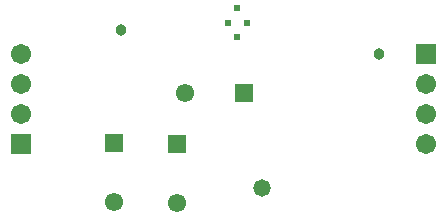
<source format=gbs>
G04*
G04 #@! TF.GenerationSoftware,Altium Limited,Altium Designer,18.0.12 (696)*
G04*
G04 Layer_Color=16711935*
%FSLAX25Y25*%
%MOIN*%
G70*
G01*
G75*
%ADD20C,0.06115*%
%ADD21R,0.06115X0.06115*%
%ADD22C,0.02368*%
%ADD23R,0.06115X0.06115*%
%ADD24C,0.06706*%
%ADD25R,0.06706X0.06706*%
%ADD26C,0.05800*%
%ADD27C,0.03800*%
D20*
X189657Y157000D02*
D03*
X187000Y120500D02*
D03*
X166000Y120658D02*
D03*
D21*
X209343Y157000D02*
D03*
D22*
X203980Y180500D02*
D03*
X207189Y185224D02*
D03*
X210398Y180500D02*
D03*
X207189Y175776D02*
D03*
D23*
X187000Y140185D02*
D03*
X166000Y140342D02*
D03*
D24*
X270000Y140000D02*
D03*
Y150000D02*
D03*
Y160000D02*
D03*
X135000Y170000D02*
D03*
Y160000D02*
D03*
Y150000D02*
D03*
D25*
X270000Y170000D02*
D03*
X135000Y140000D02*
D03*
D26*
X215595Y125500D02*
D03*
D27*
X254500Y170000D02*
D03*
X168500Y178000D02*
D03*
M02*

</source>
